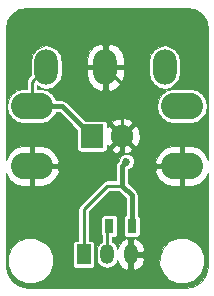
<source format=gtl>
%TF.GenerationSoftware,KiCad,Pcbnew,4.0.7*%
%TF.CreationDate,2018-07-15T19:40:36+02:00*%
%TF.ProjectId,BasicModule-II,42617369634D6F64756C652D49492E6B,rev?*%
%TF.FileFunction,Copper,L1,Top,Signal*%
%FSLAX46Y46*%
G04 Gerber Fmt 4.6, Leading zero omitted, Abs format (unit mm)*
G04 Created by KiCad (PCBNEW 4.0.7) date 07/15/18 19:40:36*
%MOMM*%
%LPD*%
G01*
G04 APERTURE LIST*
%ADD10C,0.100000*%
%ADD11O,2.000000X3.000000*%
%ADD12R,1.900000X2.000000*%
%ADD13C,1.900000*%
%ADD14O,3.548000X2.272000*%
%ADD15R,1.200000X1.700000*%
%ADD16O,1.200000X1.700000*%
%ADD17R,0.700000X1.300000*%
%ADD18C,0.685800*%
%ADD19C,0.254000*%
%ADD20C,0.400000*%
G04 APERTURE END LIST*
D10*
D11*
X8890000Y-5588000D03*
X13890000Y-5588000D03*
X3890000Y-5588000D03*
D12*
X7747000Y-11430000D03*
D13*
X10287000Y-11430000D03*
D14*
X15367000Y-8890000D03*
X15367000Y-13970000D03*
X2667000Y-8890000D03*
X2667000Y-13970000D03*
D15*
X7035800Y-21437600D03*
D16*
X9035800Y-21437600D03*
X11035800Y-21437600D03*
D17*
X9210000Y-19050000D03*
X11110000Y-19050000D03*
D18*
X10668000Y-13589000D03*
D19*
X10287000Y-11430000D02*
X10287000Y-6985000D01*
X10287000Y-6985000D02*
X8890000Y-5588000D01*
D20*
X2667000Y-13970000D02*
X9017000Y-13970000D01*
X10287000Y-12700000D02*
X10287000Y-11430000D01*
X9017000Y-13970000D02*
X10287000Y-12700000D01*
X15367000Y-13970000D02*
X12827000Y-13970000D01*
X12827000Y-13970000D02*
X10287000Y-11430000D01*
D19*
X2667000Y-13970000D02*
X3302000Y-13970000D01*
X7035800Y-21437600D02*
X7035800Y-17627600D01*
X9042400Y-15621000D02*
X10287000Y-15621000D01*
X7035800Y-17627600D02*
X9042400Y-15621000D01*
D20*
X11110000Y-19050000D02*
X11110000Y-16444000D01*
X10287000Y-13970000D02*
X10668000Y-13589000D01*
X10287000Y-15621000D02*
X10287000Y-13970000D01*
X11110000Y-16444000D02*
X10287000Y-15621000D01*
D19*
X2667000Y-8890000D02*
X2667000Y-6811000D01*
X2667000Y-6811000D02*
X3890000Y-5588000D01*
D20*
X10985000Y-19175000D02*
X11110000Y-19050000D01*
X2667000Y-8890000D02*
X5207000Y-8890000D01*
X5207000Y-8890000D02*
X7747000Y-11430000D01*
D19*
X10985000Y-19175000D02*
X11110000Y-19050000D01*
X9035800Y-21437600D02*
X9035800Y-19224200D01*
X9035800Y-19224200D02*
X9210000Y-19050000D01*
D20*
X8985000Y-19275000D02*
X9210000Y-19050000D01*
D19*
X8985000Y-19275000D02*
X9210000Y-19050000D01*
D10*
G36*
X16451892Y-713654D02*
X17048623Y-1112377D01*
X17447346Y-1709108D01*
X17593500Y-2443875D01*
X17593500Y-13422196D01*
X17347089Y-12916410D01*
X16841737Y-12483015D01*
X16209000Y-12276000D01*
X15571000Y-12276000D01*
X15571000Y-13766000D01*
X15591000Y-13766000D01*
X15591000Y-14174000D01*
X15571000Y-14174000D01*
X15571000Y-15664000D01*
X16209000Y-15664000D01*
X16841737Y-15456985D01*
X17347089Y-15023590D01*
X17593500Y-14517804D01*
X17593500Y-22439314D01*
X17396318Y-23205633D01*
X16934509Y-23820038D01*
X16272728Y-24210949D01*
X15471888Y-24324500D01*
X2325686Y-24324500D01*
X1559367Y-24127318D01*
X944962Y-23665509D01*
X554051Y-23003728D01*
X461086Y-22348068D01*
X635670Y-22348068D01*
X924926Y-23048121D01*
X1460062Y-23584192D01*
X2159609Y-23874669D01*
X2917068Y-23875330D01*
X3617121Y-23586074D01*
X4153192Y-23050938D01*
X4443669Y-22351391D01*
X4444330Y-21593932D01*
X4155074Y-20893879D01*
X3849330Y-20587600D01*
X6125845Y-20587600D01*
X6125845Y-22287600D01*
X6147043Y-22400255D01*
X6213622Y-22503723D01*
X6315210Y-22573135D01*
X6435800Y-22597555D01*
X7635800Y-22597555D01*
X7748455Y-22576357D01*
X7851923Y-22509778D01*
X7921335Y-22408190D01*
X7945755Y-22287600D01*
X7945755Y-21164992D01*
X8131800Y-21164992D01*
X8131800Y-21710208D01*
X8200613Y-22056154D01*
X8396575Y-22349433D01*
X8689854Y-22545395D01*
X9035800Y-22614208D01*
X9381746Y-22545395D01*
X9675025Y-22349433D01*
X9870987Y-22056154D01*
X9903381Y-21893298D01*
X10020963Y-22255542D01*
X10315555Y-22600671D01*
X10655994Y-22781542D01*
X10831800Y-22685461D01*
X10831800Y-21641600D01*
X11239800Y-21641600D01*
X11239800Y-22685461D01*
X11415606Y-22781542D01*
X11756045Y-22600671D01*
X11971659Y-22348068D01*
X13462670Y-22348068D01*
X13751926Y-23048121D01*
X14287062Y-23584192D01*
X14986609Y-23874669D01*
X15744068Y-23875330D01*
X16444121Y-23586074D01*
X16980192Y-23050938D01*
X17270669Y-22351391D01*
X17271330Y-21593932D01*
X16982074Y-20893879D01*
X16446938Y-20357808D01*
X15747391Y-20067331D01*
X14989932Y-20066670D01*
X14289879Y-20355926D01*
X13753808Y-20891062D01*
X13463331Y-21590609D01*
X13462670Y-22348068D01*
X11971659Y-22348068D01*
X12050637Y-22255542D01*
X12190729Y-21823949D01*
X12058340Y-21641600D01*
X11239800Y-21641600D01*
X10831800Y-21641600D01*
X10811800Y-21641600D01*
X10811800Y-21233600D01*
X10831800Y-21233600D01*
X10831800Y-20189739D01*
X11239800Y-20189739D01*
X11239800Y-21233600D01*
X12058340Y-21233600D01*
X12190729Y-21051251D01*
X12050637Y-20619658D01*
X11756045Y-20274529D01*
X11415606Y-20093658D01*
X11239800Y-20189739D01*
X10831800Y-20189739D01*
X10655994Y-20093658D01*
X10315555Y-20274529D01*
X10020963Y-20619658D01*
X9903381Y-20981902D01*
X9870987Y-20819046D01*
X9675025Y-20525767D01*
X9466800Y-20386636D01*
X9466800Y-20009955D01*
X9560000Y-20009955D01*
X9672655Y-19988757D01*
X9776123Y-19922178D01*
X9845535Y-19820590D01*
X9869955Y-19700000D01*
X9869955Y-18400000D01*
X9848757Y-18287345D01*
X9782178Y-18183877D01*
X9680590Y-18114465D01*
X9560000Y-18090045D01*
X8860000Y-18090045D01*
X8747345Y-18111243D01*
X8643877Y-18177822D01*
X8574465Y-18279410D01*
X8550045Y-18400000D01*
X8550045Y-19036211D01*
X8519365Y-19082127D01*
X8481000Y-19275000D01*
X8519365Y-19467873D01*
X8550045Y-19513789D01*
X8550045Y-19700000D01*
X8571243Y-19812655D01*
X8604800Y-19864805D01*
X8604800Y-20386636D01*
X8396575Y-20525767D01*
X8200613Y-20819046D01*
X8131800Y-21164992D01*
X7945755Y-21164992D01*
X7945755Y-20587600D01*
X7924557Y-20474945D01*
X7857978Y-20371477D01*
X7756390Y-20302065D01*
X7635800Y-20277645D01*
X7466800Y-20277645D01*
X7466800Y-17806126D01*
X9220926Y-16052000D01*
X10005236Y-16052000D01*
X10606000Y-16652764D01*
X10606000Y-18137847D01*
X10543877Y-18177822D01*
X10474465Y-18279410D01*
X10450045Y-18400000D01*
X10450045Y-19700000D01*
X10471243Y-19812655D01*
X10537822Y-19916123D01*
X10639410Y-19985535D01*
X10760000Y-20009955D01*
X11460000Y-20009955D01*
X11572655Y-19988757D01*
X11676123Y-19922178D01*
X11745535Y-19820590D01*
X11769955Y-19700000D01*
X11769955Y-18400000D01*
X11748757Y-18287345D01*
X11682178Y-18183877D01*
X11614000Y-18137293D01*
X11614000Y-16444000D01*
X11575635Y-16251128D01*
X11466382Y-16087618D01*
X10791000Y-15412236D01*
X10791000Y-14434560D01*
X13099945Y-14434560D01*
X13386911Y-15023590D01*
X13892263Y-15456985D01*
X14525000Y-15664000D01*
X15163000Y-15664000D01*
X15163000Y-14174000D01*
X13187944Y-14174000D01*
X13099945Y-14434560D01*
X10791000Y-14434560D01*
X10791000Y-14236009D01*
X10796112Y-14236013D01*
X11033961Y-14137735D01*
X11216096Y-13955918D01*
X11314788Y-13718241D01*
X11314974Y-13505440D01*
X13099945Y-13505440D01*
X13187944Y-13766000D01*
X15163000Y-13766000D01*
X15163000Y-12276000D01*
X14525000Y-12276000D01*
X13892263Y-12483015D01*
X13386911Y-12916410D01*
X13099945Y-13505440D01*
X11314974Y-13505440D01*
X11315013Y-13460888D01*
X11216735Y-13223039D01*
X11034918Y-13040904D01*
X10797241Y-12942212D01*
X10539888Y-12941987D01*
X10302039Y-13040265D01*
X10119904Y-13222082D01*
X10021212Y-13459759D01*
X10021157Y-13523079D01*
X9930618Y-13613618D01*
X9821365Y-13777127D01*
X9821365Y-13777128D01*
X9783000Y-13970000D01*
X9783000Y-15190000D01*
X9042400Y-15190000D01*
X8877463Y-15222808D01*
X8737637Y-15316237D01*
X6731037Y-17322837D01*
X6637608Y-17462663D01*
X6604800Y-17627600D01*
X6604800Y-20277645D01*
X6435800Y-20277645D01*
X6323145Y-20298843D01*
X6219677Y-20365422D01*
X6150265Y-20467010D01*
X6125845Y-20587600D01*
X3849330Y-20587600D01*
X3619938Y-20357808D01*
X2920391Y-20067331D01*
X2162932Y-20066670D01*
X1462879Y-20355926D01*
X926808Y-20891062D01*
X636331Y-21590609D01*
X635670Y-22348068D01*
X461086Y-22348068D01*
X440500Y-22202888D01*
X440500Y-14517804D01*
X686911Y-15023590D01*
X1192263Y-15456985D01*
X1825000Y-15664000D01*
X2463000Y-15664000D01*
X2463000Y-14174000D01*
X2871000Y-14174000D01*
X2871000Y-15664000D01*
X3509000Y-15664000D01*
X4141737Y-15456985D01*
X4647089Y-15023590D01*
X4934055Y-14434560D01*
X4846056Y-14174000D01*
X2871000Y-14174000D01*
X2463000Y-14174000D01*
X2443000Y-14174000D01*
X2443000Y-13766000D01*
X2463000Y-13766000D01*
X2463000Y-12276000D01*
X2871000Y-12276000D01*
X2871000Y-13766000D01*
X4846056Y-13766000D01*
X4934055Y-13505440D01*
X4647089Y-12916410D01*
X4141737Y-12483015D01*
X3509000Y-12276000D01*
X2871000Y-12276000D01*
X2463000Y-12276000D01*
X1825000Y-12276000D01*
X1192263Y-12483015D01*
X686911Y-12916410D01*
X440500Y-13422196D01*
X440500Y-8890000D01*
X548290Y-8890000D01*
X657903Y-9441064D01*
X970056Y-9908234D01*
X1437226Y-10220387D01*
X1988290Y-10330000D01*
X3345710Y-10330000D01*
X3896774Y-10220387D01*
X4363944Y-9908234D01*
X4676097Y-9441064D01*
X4685459Y-9394000D01*
X4998236Y-9394000D01*
X6487045Y-10882809D01*
X6487045Y-12430000D01*
X6508243Y-12542655D01*
X6574822Y-12646123D01*
X6676410Y-12715535D01*
X6797000Y-12739955D01*
X8697000Y-12739955D01*
X8809655Y-12718757D01*
X8913123Y-12652178D01*
X8981411Y-12552234D01*
X9453265Y-12552234D01*
X9556284Y-12782810D01*
X10129605Y-12959466D01*
X10726888Y-12903275D01*
X11017716Y-12782810D01*
X11120735Y-12552234D01*
X10287000Y-11718500D01*
X9453265Y-12552234D01*
X8981411Y-12552234D01*
X8982535Y-12550590D01*
X9006955Y-12430000D01*
X9006955Y-12193227D01*
X9164766Y-12263735D01*
X9998500Y-11430000D01*
X10575500Y-11430000D01*
X11409234Y-12263735D01*
X11639810Y-12160716D01*
X11816466Y-11587395D01*
X11760275Y-10990112D01*
X11639810Y-10699284D01*
X11409234Y-10596265D01*
X10575500Y-11430000D01*
X9998500Y-11430000D01*
X9164766Y-10596265D01*
X9006955Y-10666773D01*
X9006955Y-10430000D01*
X8985757Y-10317345D01*
X8979594Y-10307766D01*
X9453265Y-10307766D01*
X10287000Y-11141500D01*
X11120735Y-10307766D01*
X11017716Y-10077190D01*
X10444395Y-9900534D01*
X9847112Y-9956725D01*
X9556284Y-10077190D01*
X9453265Y-10307766D01*
X8979594Y-10307766D01*
X8919178Y-10213877D01*
X8817590Y-10144465D01*
X8697000Y-10120045D01*
X7149809Y-10120045D01*
X5919764Y-8890000D01*
X13248290Y-8890000D01*
X13357903Y-9441064D01*
X13670056Y-9908234D01*
X14137226Y-10220387D01*
X14688290Y-10330000D01*
X16045710Y-10330000D01*
X16596774Y-10220387D01*
X17063944Y-9908234D01*
X17376097Y-9441064D01*
X17485710Y-8890000D01*
X17376097Y-8338936D01*
X17063944Y-7871766D01*
X16596774Y-7559613D01*
X16045710Y-7450000D01*
X14688290Y-7450000D01*
X14137226Y-7559613D01*
X13670056Y-7871766D01*
X13357903Y-8338936D01*
X13248290Y-8890000D01*
X5919764Y-8890000D01*
X5563382Y-8533618D01*
X5399873Y-8424365D01*
X5207000Y-8386000D01*
X4685459Y-8386000D01*
X4676097Y-8338936D01*
X4363944Y-7871766D01*
X3896774Y-7559613D01*
X3345710Y-7450000D01*
X3098000Y-7450000D01*
X3098000Y-7132317D01*
X3390981Y-7328081D01*
X3890000Y-7427342D01*
X4389019Y-7328081D01*
X4812067Y-7045409D01*
X5094739Y-6622361D01*
X5194000Y-6123342D01*
X5194000Y-5792000D01*
X7332000Y-5792000D01*
X7332000Y-6292000D01*
X7528663Y-6872692D01*
X7932577Y-7333922D01*
X8446885Y-7581658D01*
X8686000Y-7491754D01*
X8686000Y-5792000D01*
X9094000Y-5792000D01*
X9094000Y-7491754D01*
X9333115Y-7581658D01*
X9847423Y-7333922D01*
X10251337Y-6872692D01*
X10448000Y-6292000D01*
X10448000Y-5792000D01*
X9094000Y-5792000D01*
X8686000Y-5792000D01*
X7332000Y-5792000D01*
X5194000Y-5792000D01*
X5194000Y-5052658D01*
X5160452Y-4884000D01*
X7332000Y-4884000D01*
X7332000Y-5384000D01*
X8686000Y-5384000D01*
X8686000Y-3684246D01*
X9094000Y-3684246D01*
X9094000Y-5384000D01*
X10448000Y-5384000D01*
X10448000Y-5052658D01*
X12586000Y-5052658D01*
X12586000Y-6123342D01*
X12685261Y-6622361D01*
X12967933Y-7045409D01*
X13390981Y-7328081D01*
X13890000Y-7427342D01*
X14389019Y-7328081D01*
X14812067Y-7045409D01*
X15094739Y-6622361D01*
X15194000Y-6123342D01*
X15194000Y-5052658D01*
X15094739Y-4553639D01*
X14812067Y-4130591D01*
X14389019Y-3847919D01*
X13890000Y-3748658D01*
X13390981Y-3847919D01*
X12967933Y-4130591D01*
X12685261Y-4553639D01*
X12586000Y-5052658D01*
X10448000Y-5052658D01*
X10448000Y-4884000D01*
X10251337Y-4303308D01*
X9847423Y-3842078D01*
X9333115Y-3594342D01*
X9094000Y-3684246D01*
X8686000Y-3684246D01*
X8446885Y-3594342D01*
X7932577Y-3842078D01*
X7528663Y-4303308D01*
X7332000Y-4884000D01*
X5160452Y-4884000D01*
X5094739Y-4553639D01*
X4812067Y-4130591D01*
X4389019Y-3847919D01*
X3890000Y-3748658D01*
X3390981Y-3847919D01*
X2967933Y-4130591D01*
X2685261Y-4553639D01*
X2586000Y-5052658D01*
X2586000Y-6123342D01*
X2612402Y-6256072D01*
X2362237Y-6506237D01*
X2268808Y-6646063D01*
X2236000Y-6811000D01*
X2236000Y-7450000D01*
X1988290Y-7450000D01*
X1437226Y-7559613D01*
X970056Y-7871766D01*
X657903Y-8338936D01*
X548290Y-8890000D01*
X440500Y-8890000D01*
X440500Y-2443876D01*
X586654Y-1709108D01*
X985377Y-1112377D01*
X1582108Y-713654D01*
X2316875Y-567500D01*
X15717124Y-567500D01*
X16451892Y-713654D01*
X16451892Y-713654D01*
G37*
X16451892Y-713654D02*
X17048623Y-1112377D01*
X17447346Y-1709108D01*
X17593500Y-2443875D01*
X17593500Y-13422196D01*
X17347089Y-12916410D01*
X16841737Y-12483015D01*
X16209000Y-12276000D01*
X15571000Y-12276000D01*
X15571000Y-13766000D01*
X15591000Y-13766000D01*
X15591000Y-14174000D01*
X15571000Y-14174000D01*
X15571000Y-15664000D01*
X16209000Y-15664000D01*
X16841737Y-15456985D01*
X17347089Y-15023590D01*
X17593500Y-14517804D01*
X17593500Y-22439314D01*
X17396318Y-23205633D01*
X16934509Y-23820038D01*
X16272728Y-24210949D01*
X15471888Y-24324500D01*
X2325686Y-24324500D01*
X1559367Y-24127318D01*
X944962Y-23665509D01*
X554051Y-23003728D01*
X461086Y-22348068D01*
X635670Y-22348068D01*
X924926Y-23048121D01*
X1460062Y-23584192D01*
X2159609Y-23874669D01*
X2917068Y-23875330D01*
X3617121Y-23586074D01*
X4153192Y-23050938D01*
X4443669Y-22351391D01*
X4444330Y-21593932D01*
X4155074Y-20893879D01*
X3849330Y-20587600D01*
X6125845Y-20587600D01*
X6125845Y-22287600D01*
X6147043Y-22400255D01*
X6213622Y-22503723D01*
X6315210Y-22573135D01*
X6435800Y-22597555D01*
X7635800Y-22597555D01*
X7748455Y-22576357D01*
X7851923Y-22509778D01*
X7921335Y-22408190D01*
X7945755Y-22287600D01*
X7945755Y-21164992D01*
X8131800Y-21164992D01*
X8131800Y-21710208D01*
X8200613Y-22056154D01*
X8396575Y-22349433D01*
X8689854Y-22545395D01*
X9035800Y-22614208D01*
X9381746Y-22545395D01*
X9675025Y-22349433D01*
X9870987Y-22056154D01*
X9903381Y-21893298D01*
X10020963Y-22255542D01*
X10315555Y-22600671D01*
X10655994Y-22781542D01*
X10831800Y-22685461D01*
X10831800Y-21641600D01*
X11239800Y-21641600D01*
X11239800Y-22685461D01*
X11415606Y-22781542D01*
X11756045Y-22600671D01*
X11971659Y-22348068D01*
X13462670Y-22348068D01*
X13751926Y-23048121D01*
X14287062Y-23584192D01*
X14986609Y-23874669D01*
X15744068Y-23875330D01*
X16444121Y-23586074D01*
X16980192Y-23050938D01*
X17270669Y-22351391D01*
X17271330Y-21593932D01*
X16982074Y-20893879D01*
X16446938Y-20357808D01*
X15747391Y-20067331D01*
X14989932Y-20066670D01*
X14289879Y-20355926D01*
X13753808Y-20891062D01*
X13463331Y-21590609D01*
X13462670Y-22348068D01*
X11971659Y-22348068D01*
X12050637Y-22255542D01*
X12190729Y-21823949D01*
X12058340Y-21641600D01*
X11239800Y-21641600D01*
X10831800Y-21641600D01*
X10811800Y-21641600D01*
X10811800Y-21233600D01*
X10831800Y-21233600D01*
X10831800Y-20189739D01*
X11239800Y-20189739D01*
X11239800Y-21233600D01*
X12058340Y-21233600D01*
X12190729Y-21051251D01*
X12050637Y-20619658D01*
X11756045Y-20274529D01*
X11415606Y-20093658D01*
X11239800Y-20189739D01*
X10831800Y-20189739D01*
X10655994Y-20093658D01*
X10315555Y-20274529D01*
X10020963Y-20619658D01*
X9903381Y-20981902D01*
X9870987Y-20819046D01*
X9675025Y-20525767D01*
X9466800Y-20386636D01*
X9466800Y-20009955D01*
X9560000Y-20009955D01*
X9672655Y-19988757D01*
X9776123Y-19922178D01*
X9845535Y-19820590D01*
X9869955Y-19700000D01*
X9869955Y-18400000D01*
X9848757Y-18287345D01*
X9782178Y-18183877D01*
X9680590Y-18114465D01*
X9560000Y-18090045D01*
X8860000Y-18090045D01*
X8747345Y-18111243D01*
X8643877Y-18177822D01*
X8574465Y-18279410D01*
X8550045Y-18400000D01*
X8550045Y-19036211D01*
X8519365Y-19082127D01*
X8481000Y-19275000D01*
X8519365Y-19467873D01*
X8550045Y-19513789D01*
X8550045Y-19700000D01*
X8571243Y-19812655D01*
X8604800Y-19864805D01*
X8604800Y-20386636D01*
X8396575Y-20525767D01*
X8200613Y-20819046D01*
X8131800Y-21164992D01*
X7945755Y-21164992D01*
X7945755Y-20587600D01*
X7924557Y-20474945D01*
X7857978Y-20371477D01*
X7756390Y-20302065D01*
X7635800Y-20277645D01*
X7466800Y-20277645D01*
X7466800Y-17806126D01*
X9220926Y-16052000D01*
X10005236Y-16052000D01*
X10606000Y-16652764D01*
X10606000Y-18137847D01*
X10543877Y-18177822D01*
X10474465Y-18279410D01*
X10450045Y-18400000D01*
X10450045Y-19700000D01*
X10471243Y-19812655D01*
X10537822Y-19916123D01*
X10639410Y-19985535D01*
X10760000Y-20009955D01*
X11460000Y-20009955D01*
X11572655Y-19988757D01*
X11676123Y-19922178D01*
X11745535Y-19820590D01*
X11769955Y-19700000D01*
X11769955Y-18400000D01*
X11748757Y-18287345D01*
X11682178Y-18183877D01*
X11614000Y-18137293D01*
X11614000Y-16444000D01*
X11575635Y-16251128D01*
X11466382Y-16087618D01*
X10791000Y-15412236D01*
X10791000Y-14434560D01*
X13099945Y-14434560D01*
X13386911Y-15023590D01*
X13892263Y-15456985D01*
X14525000Y-15664000D01*
X15163000Y-15664000D01*
X15163000Y-14174000D01*
X13187944Y-14174000D01*
X13099945Y-14434560D01*
X10791000Y-14434560D01*
X10791000Y-14236009D01*
X10796112Y-14236013D01*
X11033961Y-14137735D01*
X11216096Y-13955918D01*
X11314788Y-13718241D01*
X11314974Y-13505440D01*
X13099945Y-13505440D01*
X13187944Y-13766000D01*
X15163000Y-13766000D01*
X15163000Y-12276000D01*
X14525000Y-12276000D01*
X13892263Y-12483015D01*
X13386911Y-12916410D01*
X13099945Y-13505440D01*
X11314974Y-13505440D01*
X11315013Y-13460888D01*
X11216735Y-13223039D01*
X11034918Y-13040904D01*
X10797241Y-12942212D01*
X10539888Y-12941987D01*
X10302039Y-13040265D01*
X10119904Y-13222082D01*
X10021212Y-13459759D01*
X10021157Y-13523079D01*
X9930618Y-13613618D01*
X9821365Y-13777127D01*
X9821365Y-13777128D01*
X9783000Y-13970000D01*
X9783000Y-15190000D01*
X9042400Y-15190000D01*
X8877463Y-15222808D01*
X8737637Y-15316237D01*
X6731037Y-17322837D01*
X6637608Y-17462663D01*
X6604800Y-17627600D01*
X6604800Y-20277645D01*
X6435800Y-20277645D01*
X6323145Y-20298843D01*
X6219677Y-20365422D01*
X6150265Y-20467010D01*
X6125845Y-20587600D01*
X3849330Y-20587600D01*
X3619938Y-20357808D01*
X2920391Y-20067331D01*
X2162932Y-20066670D01*
X1462879Y-20355926D01*
X926808Y-20891062D01*
X636331Y-21590609D01*
X635670Y-22348068D01*
X461086Y-22348068D01*
X440500Y-22202888D01*
X440500Y-14517804D01*
X686911Y-15023590D01*
X1192263Y-15456985D01*
X1825000Y-15664000D01*
X2463000Y-15664000D01*
X2463000Y-14174000D01*
X2871000Y-14174000D01*
X2871000Y-15664000D01*
X3509000Y-15664000D01*
X4141737Y-15456985D01*
X4647089Y-15023590D01*
X4934055Y-14434560D01*
X4846056Y-14174000D01*
X2871000Y-14174000D01*
X2463000Y-14174000D01*
X2443000Y-14174000D01*
X2443000Y-13766000D01*
X2463000Y-13766000D01*
X2463000Y-12276000D01*
X2871000Y-12276000D01*
X2871000Y-13766000D01*
X4846056Y-13766000D01*
X4934055Y-13505440D01*
X4647089Y-12916410D01*
X4141737Y-12483015D01*
X3509000Y-12276000D01*
X2871000Y-12276000D01*
X2463000Y-12276000D01*
X1825000Y-12276000D01*
X1192263Y-12483015D01*
X686911Y-12916410D01*
X440500Y-13422196D01*
X440500Y-8890000D01*
X548290Y-8890000D01*
X657903Y-9441064D01*
X970056Y-9908234D01*
X1437226Y-10220387D01*
X1988290Y-10330000D01*
X3345710Y-10330000D01*
X3896774Y-10220387D01*
X4363944Y-9908234D01*
X4676097Y-9441064D01*
X4685459Y-9394000D01*
X4998236Y-9394000D01*
X6487045Y-10882809D01*
X6487045Y-12430000D01*
X6508243Y-12542655D01*
X6574822Y-12646123D01*
X6676410Y-12715535D01*
X6797000Y-12739955D01*
X8697000Y-12739955D01*
X8809655Y-12718757D01*
X8913123Y-12652178D01*
X8981411Y-12552234D01*
X9453265Y-12552234D01*
X9556284Y-12782810D01*
X10129605Y-12959466D01*
X10726888Y-12903275D01*
X11017716Y-12782810D01*
X11120735Y-12552234D01*
X10287000Y-11718500D01*
X9453265Y-12552234D01*
X8981411Y-12552234D01*
X8982535Y-12550590D01*
X9006955Y-12430000D01*
X9006955Y-12193227D01*
X9164766Y-12263735D01*
X9998500Y-11430000D01*
X10575500Y-11430000D01*
X11409234Y-12263735D01*
X11639810Y-12160716D01*
X11816466Y-11587395D01*
X11760275Y-10990112D01*
X11639810Y-10699284D01*
X11409234Y-10596265D01*
X10575500Y-11430000D01*
X9998500Y-11430000D01*
X9164766Y-10596265D01*
X9006955Y-10666773D01*
X9006955Y-10430000D01*
X8985757Y-10317345D01*
X8979594Y-10307766D01*
X9453265Y-10307766D01*
X10287000Y-11141500D01*
X11120735Y-10307766D01*
X11017716Y-10077190D01*
X10444395Y-9900534D01*
X9847112Y-9956725D01*
X9556284Y-10077190D01*
X9453265Y-10307766D01*
X8979594Y-10307766D01*
X8919178Y-10213877D01*
X8817590Y-10144465D01*
X8697000Y-10120045D01*
X7149809Y-10120045D01*
X5919764Y-8890000D01*
X13248290Y-8890000D01*
X13357903Y-9441064D01*
X13670056Y-9908234D01*
X14137226Y-10220387D01*
X14688290Y-10330000D01*
X16045710Y-10330000D01*
X16596774Y-10220387D01*
X17063944Y-9908234D01*
X17376097Y-9441064D01*
X17485710Y-8890000D01*
X17376097Y-8338936D01*
X17063944Y-7871766D01*
X16596774Y-7559613D01*
X16045710Y-7450000D01*
X14688290Y-7450000D01*
X14137226Y-7559613D01*
X13670056Y-7871766D01*
X13357903Y-8338936D01*
X13248290Y-8890000D01*
X5919764Y-8890000D01*
X5563382Y-8533618D01*
X5399873Y-8424365D01*
X5207000Y-8386000D01*
X4685459Y-8386000D01*
X4676097Y-8338936D01*
X4363944Y-7871766D01*
X3896774Y-7559613D01*
X3345710Y-7450000D01*
X3098000Y-7450000D01*
X3098000Y-7132317D01*
X3390981Y-7328081D01*
X3890000Y-7427342D01*
X4389019Y-7328081D01*
X4812067Y-7045409D01*
X5094739Y-6622361D01*
X5194000Y-6123342D01*
X5194000Y-5792000D01*
X7332000Y-5792000D01*
X7332000Y-6292000D01*
X7528663Y-6872692D01*
X7932577Y-7333922D01*
X8446885Y-7581658D01*
X8686000Y-7491754D01*
X8686000Y-5792000D01*
X9094000Y-5792000D01*
X9094000Y-7491754D01*
X9333115Y-7581658D01*
X9847423Y-7333922D01*
X10251337Y-6872692D01*
X10448000Y-6292000D01*
X10448000Y-5792000D01*
X9094000Y-5792000D01*
X8686000Y-5792000D01*
X7332000Y-5792000D01*
X5194000Y-5792000D01*
X5194000Y-5052658D01*
X5160452Y-4884000D01*
X7332000Y-4884000D01*
X7332000Y-5384000D01*
X8686000Y-5384000D01*
X8686000Y-3684246D01*
X9094000Y-3684246D01*
X9094000Y-5384000D01*
X10448000Y-5384000D01*
X10448000Y-5052658D01*
X12586000Y-5052658D01*
X12586000Y-6123342D01*
X12685261Y-6622361D01*
X12967933Y-7045409D01*
X13390981Y-7328081D01*
X13890000Y-7427342D01*
X14389019Y-7328081D01*
X14812067Y-7045409D01*
X15094739Y-6622361D01*
X15194000Y-6123342D01*
X15194000Y-5052658D01*
X15094739Y-4553639D01*
X14812067Y-4130591D01*
X14389019Y-3847919D01*
X13890000Y-3748658D01*
X13390981Y-3847919D01*
X12967933Y-4130591D01*
X12685261Y-4553639D01*
X12586000Y-5052658D01*
X10448000Y-5052658D01*
X10448000Y-4884000D01*
X10251337Y-4303308D01*
X9847423Y-3842078D01*
X9333115Y-3594342D01*
X9094000Y-3684246D01*
X8686000Y-3684246D01*
X8446885Y-3594342D01*
X7932577Y-3842078D01*
X7528663Y-4303308D01*
X7332000Y-4884000D01*
X5160452Y-4884000D01*
X5094739Y-4553639D01*
X4812067Y-4130591D01*
X4389019Y-3847919D01*
X3890000Y-3748658D01*
X3390981Y-3847919D01*
X2967933Y-4130591D01*
X2685261Y-4553639D01*
X2586000Y-5052658D01*
X2586000Y-6123342D01*
X2612402Y-6256072D01*
X2362237Y-6506237D01*
X2268808Y-6646063D01*
X2236000Y-6811000D01*
X2236000Y-7450000D01*
X1988290Y-7450000D01*
X1437226Y-7559613D01*
X970056Y-7871766D01*
X657903Y-8338936D01*
X548290Y-8890000D01*
X440500Y-8890000D01*
X440500Y-2443876D01*
X586654Y-1709108D01*
X985377Y-1112377D01*
X1582108Y-713654D01*
X2316875Y-567500D01*
X15717124Y-567500D01*
X16451892Y-713654D01*
M02*

</source>
